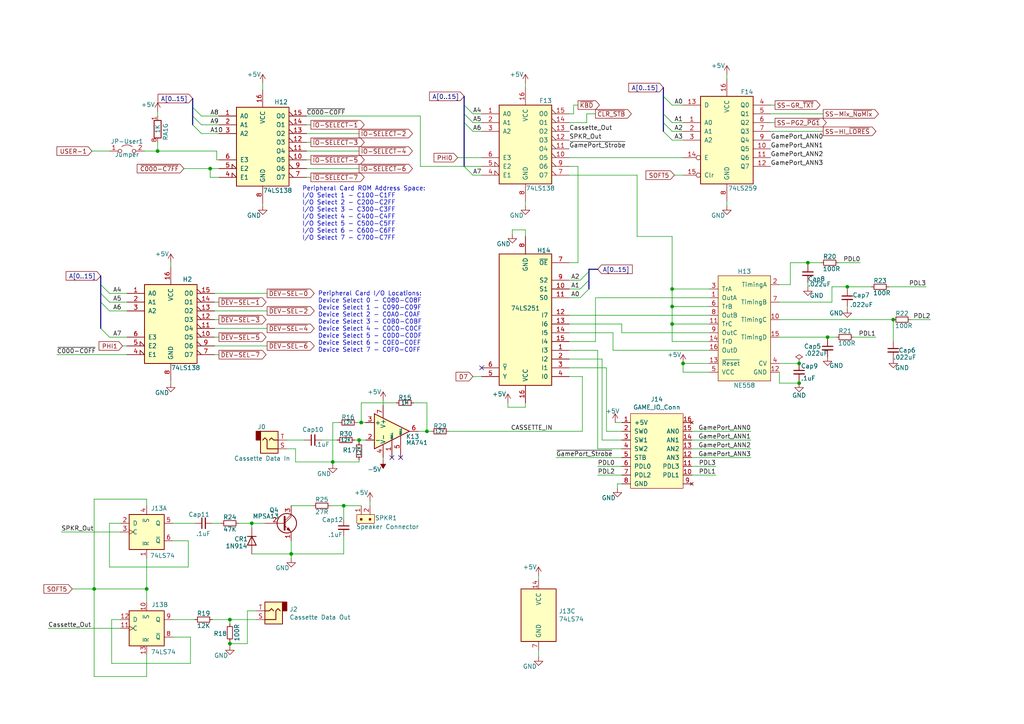
<source format=kicad_sch>
(kicad_sch (version 20230121) (generator eeschema)
  (paper "A4")
  (title_block (title "Apple II+ Schematic") (rev "0") (comment 1 "Captured from the Apple II Reference Manual (1979)"))
  (lib_symbols
    (symbol "74xx:74LS138" (pin_names (offset 1.016))
      (property "Reference" "U" (at -7.62 11.43 0))
      (property "Value" "74LS138" (at -7.62 -13.97 0))
      (symbol "74LS138_1_0"
        (pin input line (at -12.7 7.62 0) (length 5.08) (name "A0") (number "1"))
        (pin output output_low (at 12.7 -5.08 180) (length 5.08) (name "O5") (number "10"))
        (pin output output_low (at 12.7 -2.54 180) (length 5.08) (name "O4") (number "11"))
        (pin output output_low (at 12.7 0 180) (length 5.08) (name "O3") (number "12"))
        (pin output output_low (at 12.7 2.54 180) (length 5.08) (name "O2") (number "13"))
        (pin output output_low (at 12.7 5.08 180) (length 5.08) (name "O1") (number "14"))
        (pin output output_low (at 12.7 7.62 180) (length 5.08) (name "O0") (number "15"))
        (pin power_in line (at 0 15.24 270) (length 5.08) (name "VCC") (number "16"))
        (pin input line (at -12.7 5.08 0) (length 5.08) (name "A1") (number "2"))
        (pin input line (at -12.7 2.54 0) (length 5.08) (name "A2") (number "3"))
        (pin input input_low (at -12.7 -10.16 0) (length 5.08) (name "E1") (number "4"))
        (pin input input_low (at -12.7 -7.62 0) (length 5.08) (name "E2") (number "5"))
        (pin input line (at -12.7 -5.08 0) (length 5.08) (name "E3") (number "6"))
        (pin output output_low (at 12.7 -10.16 180) (length 5.08) (name "O7") (number "7"))
        (pin power_in line (at 0 -17.78 90) (length 5.08) (name "GND") (number "8"))
        (pin output output_low (at 12.7 -7.62 180) (length 5.08) (name "O6") (number "9"))
      )
      (symbol "74LS138_1_1"
        (rectangle (start -7.62 10.16) (end 7.62 -12.7) (stroke (width 0.254)) (fill (type background)))
      )
    )
    (symbol "74xx:74LS251" (pin_names (offset 1.016))
      (property "Reference" "U" (at -7.62 19.05 0))
      (property "Value" "74LS251" (at -7.62 -21.59 0))
      (symbol "74LS251_1_0"
        (pin input line (at -12.7 7.62 0) (length 5.08) (name "I3") (number "1"))
        (pin input line (at -12.7 -10.16 0) (length 5.08) (name "S1") (number "10"))
        (pin input line (at -12.7 -7.62 0) (length 5.08) (name "S0") (number "11"))
        (pin input line (at -12.7 -2.54 0) (length 5.08) (name "I7") (number "12"))
        (pin input line (at -12.7 0 0) (length 5.08) (name "I6") (number "13"))
        (pin input line (at -12.7 2.54 0) (length 5.08) (name "I5") (number "14"))
        (pin input line (at -12.7 5.08 0) (length 5.08) (name "I4") (number "15"))
        (pin power_in line (at 0 22.86 270) (length 5.08) (name "VCC") (number "16"))
        (pin input line (at -12.7 10.16 0) (length 5.08) (name "I2") (number "2"))
        (pin input line (at -12.7 12.7 0) (length 5.08) (name "I1") (number "3"))
        (pin input line (at -12.7 15.24 0) (length 5.08) (name "I0") (number "4"))
        (pin tri_state line (at 12.7 15.24 180) (length 5.08) (name "Y") (number "5"))
        (pin tri_state line (at 12.7 12.7 180) (length 5.08) (name "~{Y}") (number "6"))
        (pin input line (at -12.7 -17.78 0) (length 5.08) (name "~{OE}") (number "7"))
        (pin power_in line (at 0 -25.4 90) (length 5.08) (name "GND") (number "8"))
        (pin input line (at -12.7 -12.7 0) (length 5.08) (name "S2") (number "9"))
      )
      (symbol "74LS251_1_1"
        (rectangle (start -7.62 17.78) (end 7.62 -20.32) (stroke (width 0.254)) (fill (type background)))
      )
    )
    (symbol "74xx:74LS259" (pin_names (offset 1.016))
      (property "Reference" "U" (at -7.62 13.97 0))
      (property "Value" "74LS259" (at -7.62 -13.97 0))
      (symbol "74LS259_1_0"
        (pin input line (at -12.7 5.08 0) (length 5.08) (name "A0") (number "1"))
        (pin output line (at 12.7 -2.54 180) (length 5.08) (name "Q5") (number "10"))
        (pin output line (at 12.7 -5.08 180) (length 5.08) (name "Q6") (number "11"))
        (pin output line (at 12.7 -7.62 180) (length 5.08) (name "Q7") (number "12"))
        (pin input line (at -12.7 10.16 0) (length 5.08) (name "D") (number "13"))
        (pin input inverted (at -12.7 -5.08 0) (length 5.08) (name "E") (number "14"))
        (pin input inverted (at -12.7 -10.16 0) (length 5.08) (name "Clr") (number "15"))
        (pin power_in line (at 0 17.78 270) (length 5.08) (name "VCC") (number "16"))
        (pin input line (at -12.7 2.54 0) (length 5.08) (name "A1") (number "2"))
        (pin input line (at -12.7 0 0) (length 5.08) (name "A2") (number "3"))
        (pin output line (at 12.7 10.16 180) (length 5.08) (name "Q0") (number "4"))
        (pin output line (at 12.7 7.62 180) (length 5.08) (name "Q1") (number "5"))
        (pin output line (at 12.7 5.08 180) (length 5.08) (name "Q2") (number "6"))
        (pin output line (at 12.7 2.54 180) (length 5.08) (name "Q3") (number "7"))
        (pin power_in line (at 0 -17.78 90) (length 5.08) (name "GND") (number "8"))
        (pin output line (at 12.7 0 180) (length 5.08) (name "Q4") (number "9"))
      )
      (symbol "74LS259_1_1"
        (rectangle (start -7.62 12.7) (end 7.62 -12.7) (stroke (width 0.254)) (fill (type background)))
      )
    )
    (symbol "74xx:74LS74" (pin_names (offset 1.016))
      (property "Reference" "U" (at -7.62 8.89 0))
      (property "Value" "74LS74" (at -7.62 -8.89 0))
      (symbol "74LS74_1_0"
        (pin input line (at 0 -7.62 90) (length 2.54) (name "~{R}") (number "1"))
        (pin input line (at -7.62 2.54 0) (length 2.54) (name "D") (number "2"))
        (pin input clock (at -7.62 0 0) (length 2.54) (name "C") (number "3"))
        (pin input line (at 0 7.62 270) (length 2.54) (name "~{S}") (number "4"))
        (pin output line (at 7.62 2.54 180) (length 2.54) (name "Q") (number "5"))
        (pin output line (at 7.62 -2.54 180) (length 2.54) (name "~{Q}") (number "6"))
      )
      (symbol "74LS74_1_1"
        (rectangle (start -5.08 5.08) (end 5.08 -5.08) (stroke (width 0.254)) (fill (type background)))
      )
      (symbol "74LS74_2_0"
        (pin input line (at 0 7.62 270) (length 2.54) (name "~{S}") (number "10"))
        (pin input clock (at -7.62 0 0) (length 2.54) (name "C") (number "11"))
        (pin input line (at -7.62 2.54 0) (length 2.54) (name "D") (number "12"))
        (pin input line (at 0 -7.62 90) (length 2.54) (name "~{R}") (number "13"))
        (pin output line (at 7.62 -2.54 180) (length 2.54) (name "~{Q}") (number "8"))
        (pin output line (at 7.62 2.54 180) (length 2.54) (name "Q") (number "9"))
      )
      (symbol "74LS74_2_1"
        (rectangle (start -5.08 5.08) (end 5.08 -5.08) (stroke (width 0.254)) (fill (type background)))
      )
      (symbol "74LS74_3_0"
        (pin power_in line (at 0 10.16 270) (length 2.54) (name "VCC") (number "14"))
        (pin power_in line (at 0 -10.16 90) (length 2.54) (name "GND") (number "7"))
      )
      (symbol "74LS74_3_1"
        (rectangle (start -5.08 7.62) (end 5.08 -7.62) (stroke (width 0.254)) (fill (type background)))
      )
    )
    (symbol "Amplifier_Operational:LM741" (pin_names (offset 0.127))
      (property "Reference" "U" (at 0 6.35 0))
      (property "Value" "LM741" (at 0 3.81 0))
      (symbol "LM741_0_1"
        (polyline (pts (xy -5.08 5.08) (xy 5.08 0) (xy -5.08 -5.08) (xy -5.08 5.08)) (stroke (width 0.254)) (fill (type background)))
      )
      (symbol "LM741_1_1"
        (pin input line (at 0 -7.62 90) (length 5.08) (name "NULL") (number "1"))
        (pin input line (at -7.62 -2.54 0) (length 2.54) (name "-") (number "2"))
        (pin input line (at -7.62 2.54 0) (length 2.54) (name "+") (number "3"))
        (pin power_in line (at -2.54 -7.62 90) (length 3.81) (name "V-") (number "4"))
        (pin input line (at 2.54 -7.62 90) (length 6.35) (name "NULL") (number "5"))
        (pin output line (at 7.62 0 180) (length 2.54) (name "~") (number "6"))
        (pin power_in line (at -2.54 7.62 270) (length 3.81) (name "V+") (number "7"))
        (pin no_connect line (at 0 2.54 270) (length 2.54) hide (name "NC") (number "8"))
      )
    )
    (symbol "AppleII+:22-23-2021-dk_Rectangular-Connectors-Headers-Male-Pins" (pin_names (offset 1.016))
      (property "Reference" "J" (at -2.54 1.27 0))
      (property "Value" "dk_Rectangular-Connectors-Headers-Male-Pins_22-23-2021" (at 1.27 -3.81 0))
      (symbol "22-23-2021-dk_Rectangular-Connectors-Headers-Male-Pins_1_1"
        (rectangle (start -1.27 0) (end 3.81 -2.54) (fill (type background)))
        (rectangle (start -0.254 -1.143) (end 0.254 -1.651) (fill (type outline)))
        (rectangle (start 2.286 -1.143) (end 2.794 -1.651) (fill (type outline)))
        (pin passive line (at 0 2.54 270) (length 2.54) (name "~") (number "1"))
        (pin passive line (at 2.54 2.54 270) (length 2.54) (name "~") (number "2"))
      )
    )
    (symbol "AppleII+:GAME_IO_Conn" (pin_names (offset 1.016))
      (property "Reference" "J" (at 0 12.7 0))
      (property "Value" "GAME_IO_Conn" (at 0 -11.43 0))
      (symbol "GAME_IO_Conn_0_1"
        (rectangle (start -7.62 11.43) (end 7.62 -10.16) (fill (type background)))
      )
      (symbol "GAME_IO_Conn_1_1"
        (pin passive line (at -10.16 8.89 0) (length 2.54) (name "+5V") (number "1"))
        (pin passive line (at 10.16 -6.35 180) (length 2.54) (name "PDL1") (number "10"))
        (pin passive line (at 10.16 -3.81 180) (length 2.54) (name "PDL3") (number "11"))
        (pin passive line (at 10.16 -1.27 180) (length 2.54) (name "AN3") (number "12"))
        (pin passive line (at 10.16 1.27 180) (length 2.54) (name "AN2") (number "13"))
        (pin passive line (at 10.16 3.81 180) (length 2.54) (name "AN1") (number "14"))
        (pin passive line (at 10.16 6.35 180) (length 2.54) (name "AN0") (number "15"))
        (pin no_connect line (at 10.16 8.89 180) (length 2.54) (name "~") (number "16"))
        (pin passive line (at -10.16 6.35 0) (length 2.54) (name "SW0") (number "2"))
        (pin passive line (at -10.16 3.81 0) (length 2.54) (name "SW1") (number "3"))
        (pin passive line (at -10.16 1.27 0) (length 2.54) (name "SW2") (number "4"))
        (pin passive line (at -10.16 -1.27 0) (length 2.54) (name "STB") (number "5"))
        (pin passive line (at -10.16 -3.81 0) (length 2.54) (name "PDL0") (number "6"))
        (pin passive line (at -10.16 -6.35 0) (length 2.54) (name "PDL2") (number "7"))
        (pin passive line (at -10.16 -8.89 0) (length 2.54) (name "GND") (number "8"))
        (pin no_connect line (at 10.16 -8.89 180) (length 2.54) (name "~") (number "9"))
      )
    )
    (symbol "AppleII+:NE558" (pin_names (offset 1.016))
      (property "Reference" "U" (at -0.254 16.51 0))
      (property "Value" "NE558" (at 0 -16.51 0))
      (symbol "NE558_0_1"
        (rectangle (start -7.62 15.24) (end 7.62 -15.24) (fill (type background)))
      )
      (symbol "NE558_1_1"
        (pin output line (at -10.16 8.89 0) (length 2.54) (name "OutA") (number "1"))
        (pin input line (at 10.16 2.54 180) (length 2.54) (name "TimingC") (number "10"))
        (pin input line (at -10.16 1.27 0) (length 2.54) (name "TrC") (number "11"))
        (pin power_in line (at 10.16 -12.7 180) (length 2.54) (name "GND") (number "12"))
        (pin input line (at -10.16 -10.16 0) (length 2.54) (name "~{Reset}") (number "13"))
        (pin input line (at -10.16 -3.81 0) (length 2.54) (name "TrD") (number "14"))
        (pin input line (at 10.16 -2.54 180) (length 2.54) (name "TimingD") (number "15"))
        (pin output line (at -10.16 -6.35 0) (length 2.54) (name "OutD") (number "16"))
        (pin input line (at 10.16 12.7 180) (length 2.54) (name "TimingA") (number "2"))
        (pin input line (at -10.16 11.43 0) (length 2.54) (name "TrA") (number "3"))
        (pin power_in line (at 10.16 -10.16 180) (length 2.54) (name "CV") (number "4"))
        (pin power_in line (at -10.16 -12.7 0) (length 2.54) (name "VCC") (number "5"))
        (pin input line (at -10.16 6.35 0) (length 2.54) (name "TrB") (number "6"))
        (pin input line (at 10.16 7.62 180) (length 2.54) (name "TimingB") (number "7"))
        (pin output line (at -10.16 3.81 0) (length 2.54) (name "OutB") (number "8"))
        (pin output line (at -10.16 -1.27 0) (length 2.54) (name "OutC") (number "9"))
      )
    )
    (symbol "Connector_Audio:AudioJack2"
      (property "Reference" "J" (at 0 8.89 0))
      (property "Value" "AudioJack2" (at 0 6.35 0))
      (symbol "AudioJack2_0_1"
        (rectangle (start -3.81 0) (end -2.54 -2.54) (stroke (width 0.254)) (fill (type outline)))
        (rectangle (start -2.54 3.81) (end 2.54 -2.54) (stroke (width 0.254)) (fill (type background)))
        (polyline (pts (xy 0 0) (xy 0.635 -0.635) (xy 1.27 0) (xy 2.54 0)) (stroke (width 0.254)))
        (polyline (pts (xy 2.54 2.54) (xy -0.635 2.54) (xy -0.635 0) (xy -1.27 -0.635) (xy -1.905 0)) (stroke (width 0.254)))
      )
      (symbol "AudioJack2_1_1"
        (pin passive line (at 5.08 2.54 180) (length 2.54) (name "~") (number "S"))
        (pin passive line (at 5.08 0 180) (length 2.54) (name "~") (number "T"))
      )
    )
    (symbol "Device:C_Small" (pin_numbers hide) (pin_names (offset 0.254) hide)
      (property "Reference" "C" (at 0.254 1.778 0))
      (property "Value" "C_Small" (at 0.254 -2.032 0))
      (symbol "C_Small_0_1"
        (polyline (pts (xy -1.524 -0.508) (xy 1.524 -0.508)) (stroke (width 0.3302)))
        (polyline (pts (xy -1.524 0.508) (xy 1.524 0.508)) (stroke (width 0.3048)))
      )
      (symbol "C_Small_1_1"
        (pin passive line (at 0 2.54 270) (length 2.032) (name "~") (number "1"))
        (pin passive line (at 0 -2.54 90) (length 2.032) (name "~") (number "2"))
      )
    )
    (symbol "Device:D" (pin_numbers hide) (pin_names (offset 1.016) hide)
      (property "Reference" "D" (at 0 2.54 0))
      (property "Value" "D" (at 0 -2.54 0))
      (symbol "D_0_1"
        (polyline (pts (xy -1.27 1.27) (xy -1.27 -1.27)) (stroke (width 0.254)))
        (polyline (pts (xy 1.27 0) (xy -1.27 0)))
        (polyline (pts (xy 1.27 1.27) (xy 1.27 -1.27) (xy -1.27 0) (xy 1.27 1.27)) (stroke (width 0.254)))
      )
      (symbol "D_1_1"
        (pin passive line (at -3.81 0 0) (length 2.54) (name "K") (number "1"))
        (pin passive line (at 3.81 0 180) (length 2.54) (name "A") (number "2"))
      )
    )
    (symbol "Device:Q_NPN_Darlington_EBC" (pin_names (offset 0) hide)
      (property "Reference" "Q" (at 4.572 1.27 0))
      (property "Value" "Q_NPN_Darlington_EBC" (at 4.572 -1.27 0))
      (symbol "Q_NPN_Darlington_EBC_0_1"
        (polyline (pts (xy 0.635 0.635) (xy 2.54 2.54)))
        (polyline (pts (xy 0.635 -0.635) (xy 2.54 -2.54) (xy 2.54 -2.54)))
        (polyline (pts (xy 0.635 0) (xy 2.54 1.905) (xy 2.54 2.54)))
        (polyline (pts (xy 0.635 1.905) (xy 0.635 -1.905) (xy 0.635 -1.905)) (stroke (width 0.508)))
        (polyline (pts (xy 1.27 -1.778) (xy 1.778 -1.27) (xy 2.286 -2.286) (xy 1.27 -1.778) (xy 1.27 -1.778)) (fill (type outline)))
        (circle (center 1.27 0) (radius 2.8194) (stroke (width 0.254)))
      )
      (symbol "Q_NPN_Darlington_EBC_1_1"
        (pin passive line (at 2.54 -5.08 90) (length 2.54) (name "E") (number "1"))
        (pin passive line (at -5.08 0 0) (length 5.715) (name "B") (number "2"))
        (pin passive line (at 2.54 5.08 270) (length 2.54) (name "C") (number "3"))
      )
    )
    (symbol "Device:R_Network08_Split" (pin_names (offset 0) hide)
      (property "Reference" "RN" (at 2.032 0 90))
      (property "Value" "R_Network08_Split" (at 0 0 90))
      (symbol "R_Network08_Split_0_1"
        (rectangle (start 1.016 2.54) (end -1.016 -2.54) (stroke (width 0.254)))
        (pin passive line (at 0 3.81 270) (length 1.27) (name "R1") (number "1"))
      )
      (symbol "R_Network08_Split_1_1"
        (pin passive line (at 0 -3.81 90) (length 1.27) (name "R1.2") (number "2"))
      )
      (symbol "R_Network08_Split_2_1"
        (pin passive line (at 0 -3.81 90) (length 1.27) (name "R2.2") (number "3"))
      )
      (symbol "R_Network08_Split_3_1"
        (pin passive line (at 0 -3.81 90) (length 1.27) (name "R3.2") (number "4"))
      )
      (symbol "R_Network08_Split_4_1"
        (pin passive line (at 0 -3.81 90) (length 1.27) (name "R4.2") (number "5"))
      )
      (symbol "R_Network08_Split_5_1"
        (pin passive line (at 0 -3.81 90) (length 1.27) (name "R5.2") (number "6"))
      )
      (symbol "R_Network08_Split_6_1"
        (pin passive line (at 0 -3.81 90) (length 1.27) (name "R6.2") (number "7"))
      )
      (symbol "R_Network08_Split_7_1"
        (pin passive line (at 0 -3.81 90) (length 1.27) (name "R7.2") (number "8"))
      )
      (symbol "R_Network08_Split_8_1"
        (pin passive line (at 0 -3.81 90) (length 1.27) (name "R8.2") (number "9"))
      )
    )
    (symbol "Device:R_Small" (pin_numbers hide) (pin_names (offset 0.254) hide)
      (property "Reference" "R" (at 0.762 0.508 0))
      (property "Value" "R_Small" (at 0.762 -1.016 0))
      (symbol "R_Small_0_1"
        (rectangle (start -0.762 1.778) (end 0.762 -1.778) (stroke (width 0.2032)))
      )
      (symbol "R_Small_1_1"
        (pin passive line (at 0 2.54 270) (length 0.762) (name "~") (number "1"))
        (pin passive line (at 0 -2.54 90) (length 0.762) (name "~") (number "2"))
      )
    )
    (symbol "Jumper:Jumper_2_Open" (pin_names (offset 0) hide)
      (property "Reference" "JP" (at 0 2.794 0))
      (property "Value" "Jumper_2_Open" (at 0 -2.286 0))
      (symbol "Jumper_2_Open_0_0"
        (circle (center -2.032 0) (radius 0.508))
        (circle (center 2.032 0) (radius 0.508))
      )
      (symbol "Jumper_2_Open_0_1"
        (arc (start 1.524 1.27) (mid 0 1.778) (end -1.524 1.27))
      )
      (symbol "Jumper_2_Open_1_1"
        (pin passive line (at -5.08 0 0) (length 2.54) (name "A") (number "1"))
        (pin passive line (at 5.08 0 180) (length 2.54) (name "B") (number "2"))
      )
    )
    (symbol "power:+5V" (power) (pin_names (offset 0))
      (property "Value" "+5V" (at 0 3.556 0))
      (symbol "+5V_0_1"
        (polyline (pts (xy -0.762 1.27) (xy 0 2.54)))
        (polyline (pts (xy 0 0) (xy 0 2.54)))
        (polyline (pts (xy 0 2.54) (xy 0.762 1.27)))
      )
      (symbol "+5V_1_1"
        (pin power_in line (at 0 0 90) (length 0) hide (name "+5V") (number "1"))
      )
    )
    (symbol "power:-5V" (power) (pin_names (offset 0))
      (property "Value" "-5V" (at 0 3.81 0))
      (symbol "-5V_0_0"
        (pin power_in line (at 0 0 90) (length 0) hide (name "-5V") (number "1"))
      )
      (symbol "-5V_0_1"
        (polyline (pts (xy 0 0) (xy 0 1.27) (xy 0.762 1.27) (xy 0 2.54) (xy -0.762 1.27) (xy 0 1.27)) (fill (type outline)))
      )
    )
    (symbol "power:GND" (power) (pin_names (offset 0))
      (property "Value" "GND" (at 0 -3.81 0))
      (symbol "GND_0_1"
        (polyline (pts (xy 0 0) (xy 0 -1.27) (xy 1.27 -1.27) (xy 0 -2.54) (xy -1.27 -1.27) (xy 0 -1.27)))
      )
      (symbol "GND_1_1"
        (pin power_in line (at 0 0 270) (length 0) hide (name "GND") (number "1"))
      )
    )
    (symbol "power:PWR_FLAG" (power) (pin_numbers hide) (pin_names (offset 0) hide)
      (property "Value" "PWR_FLAG" (at 0 3.81 0))
      (symbol "PWR_FLAG_0_0"
        (pin power_out line (at 0 0 90) (length 0) (name "pwr") (number "1"))
      )
      (symbol "PWR_FLAG_0_1"
        (polyline (pts (xy 0 0) (xy 0 1.27) (xy -1.016 1.905) (xy 0 2.54) (xy 1.016 1.905) (xy 0 1.27)))
      )
    )
  )
  (junction (at 66.675 186.69))
  (junction (at 104.14 127.635))
  (junction (at 194.945 88.9))
  (junction (at 194.945 93.98))
  (junction (at 194.945 83.82))
  (junction (at 99.695 146.685))
  (junction (at 27.305 170.815))
  (junction (at 231.775 111.125))
  (junction (at 96.52 133.985))
  (junction (at 60.96 48.895))
  (junction (at 42.545 170.815))
  (junction (at 73.025 151.765))
  (junction (at 234.315 76.2))
  (junction (at 123.825 125.095))
  (junction (at 245.745 83.185))
  (junction (at 104.775 122.555))
  (junction (at 231.775 105.41))
  (junction (at 259.08 92.71))
  (junction (at 240.03 97.79))
  (junction (at 84.455 160.655))
  (junction (at 66.675 179.705))
  (junction (at 198.12 105.41))
  (junction (at 45.72 43.815))
  (no_connect (at 139.7 106.68))
  (no_connect (at 116.205 132.715))
  (no_connect (at 113.665 132.715))
  (bus_entry (at 192.405 33.02) (size 2.54 2.54))
  (bus_entry (at 134.62 30.48) (size 2.54 2.54))
  (bus_entry (at 134.62 48.26) (size 2.54 2.54))
  (bus_entry (at 192.405 35.56) (size 2.54 2.54))
  (bus_entry (at 29.21 85.09) (size 2.54 2.54))
  (bus_entry (at 168.275 81.28) (size 2.54 -2.54))
  (bus_entry (at 55.88 33.655) (size 2.54 2.54))
  (bus_entry (at 29.21 95.25) (size 2.54 2.54))
  (bus_entry (at 168.275 86.36) (size 2.54 -2.54))
  (bus_entry (at 29.21 82.55) (size 2.54 2.54))
  (bus_entry (at 192.405 38.1) (size 2.54 2.54))
  (bus_entry (at 134.62 35.56) (size 2.54 2.54))
  (bus_entry (at 55.88 31.115) (size 2.54 2.54))
  (bus_entry (at 192.405 27.94) (size 2.54 2.54))
  (bus_entry (at 55.88 36.195) (size 2.54 2.54))
  (bus_entry (at 29.21 87.63) (size 2.54 2.54))
  (bus_entry (at 168.275 83.82) (size 2.54 -2.54))
  (bus_entry (at 134.62 33.02) (size 2.54 2.54))
  (wire (pts (xy 200.66 132.715) (xy 217.805 132.715)))
  (bus (pts (xy 29.21 87.63) (xy 29.21 95.25)))
  (wire (pts (xy 147.32 118.11) (xy 152.4 118.11)))
  (wire (pts (xy 42.545 196.215) (xy 42.545 189.865)))
  (wire (pts (xy 60.96 51.435) (xy 60.96 48.895)))
  (wire (pts (xy 66.675 186.055) (xy 66.675 186.69)))
  (wire (pts (xy 156.21 167.005) (xy 156.21 168.275)))
  (wire (pts (xy 60.96 48.895) (xy 63.5 48.895)))
  (wire (pts (xy 88.9 46.355) (xy 90.17 46.355)))
  (wire (pts (xy 168.275 81.28) (xy 165.1 81.28)))
  (wire (pts (xy 168.275 86.36) (xy 165.1 86.36)))
  (wire (pts (xy 84.455 146.685) (xy 90.805 146.685)))
  (wire (pts (xy 172.72 99.06) (xy 165.1 99.06)))
  (bus (pts (xy 134.62 35.56) (xy 134.62 48.26)))
  (wire (pts (xy 99.695 150.495) (xy 99.695 146.685)))
  (wire (pts (xy 241.3 83.185) (xy 245.745 83.185)))
  (wire (pts (xy 36.83 85.09) (xy 31.75 85.09)))
  (wire (pts (xy 165.1 91.44) (xy 205.74 91.44)))
  (wire (pts (xy 62.865 43.815) (xy 62.865 46.355)))
  (wire (pts (xy 173.355 137.795) (xy 180.34 137.795)))
  (bus (pts (xy 192.405 33.02) (xy 192.405 35.56)))
  (wire (pts (xy 226.06 107.95) (xy 226.06 111.125)))
  (wire (pts (xy 106.045 127.635) (xy 104.14 127.635)))
  (wire (pts (xy 88.9 51.435) (xy 90.17 51.435)))
  (wire (pts (xy 42.545 144.78) (xy 27.305 144.78)))
  (wire (pts (xy 103.505 122.555) (xy 104.775 122.555)))
  (wire (pts (xy 32.385 179.705) (xy 32.385 192.405)))
  (wire (pts (xy 147.32 116.84) (xy 147.32 118.11)))
  (wire (pts (xy 121.92 48.26) (xy 134.62 48.26)))
  (wire (pts (xy 184.785 68.58) (xy 194.945 68.58)))
  (wire (pts (xy 99.695 155.575) (xy 99.695 160.655)))
  (wire (pts (xy 73.025 151.765) (xy 73.025 153.035)))
  (wire (pts (xy 99.695 160.655) (xy 84.455 160.655)))
  (wire (pts (xy 148.59 66.675) (xy 152.4 66.675)))
  (wire (pts (xy 170.18 35.56) (xy 170.18 33.02)))
  (wire (pts (xy 167.64 48.26) (xy 167.64 76.2)))
  (wire (pts (xy 96.52 122.555) (xy 96.52 133.985)))
  (wire (pts (xy 167.64 76.2) (xy 165.1 76.2)))
  (bus (pts (xy 192.405 35.56) (xy 192.405 38.1)))
  (bus (pts (xy 170.815 78.105) (xy 170.815 78.74)))
  (wire (pts (xy 58.42 33.655) (xy 63.5 33.655)))
  (wire (pts (xy 234.315 76.2) (xy 234.315 76.835)))
  (bus (pts (xy 29.21 82.55) (xy 29.21 85.09)))
  (wire (pts (xy 234.315 76.2) (xy 238.125 76.2)))
  (wire (pts (xy 177.8 96.52) (xy 165.1 96.52)))
  (wire (pts (xy 42.545 170.815) (xy 42.545 174.625)))
  (wire (pts (xy 198.12 105.41) (xy 205.74 105.41)))
  (wire (pts (xy 84.455 160.655) (xy 84.455 161.925)))
  (wire (pts (xy 17.78 154.305) (xy 34.925 154.305)))
  (wire (pts (xy 102.87 127.635) (xy 104.14 127.635)))
  (wire (pts (xy 27.305 144.78) (xy 27.305 170.815)))
  (wire (pts (xy 168.275 83.82) (xy 165.1 83.82)))
  (wire (pts (xy 84.455 156.845) (xy 84.455 160.655)))
  (wire (pts (xy 152.4 118.11) (xy 152.4 116.84)))
  (wire (pts (xy 175.895 106.68) (xy 175.895 125.095)))
  (wire (pts (xy 165.1 45.72) (xy 198.12 45.72)))
  (wire (pts (xy 240.03 97.79) (xy 240.03 98.425)))
  (wire (pts (xy 36.83 97.79) (xy 31.75 97.79)))
  (wire (pts (xy 54.61 164.465) (xy 54.61 156.845)))
  (wire (pts (xy 165.1 101.6) (xy 173.355 101.6)))
  (wire (pts (xy 27.305 196.215) (xy 42.545 196.215)))
  (wire (pts (xy 71.755 186.69) (xy 66.675 186.69)))
  (wire (pts (xy 210.82 59.69) (xy 210.82 58.42)))
  (wire (pts (xy 93.345 127.635) (xy 97.79 127.635)))
  (wire (pts (xy 13.97 182.245) (xy 34.925 182.245)))
  (bus (pts (xy 170.815 78.74) (xy 170.815 81.28)))
  (wire (pts (xy 62.865 46.355) (xy 63.5 46.355)))
  (wire (pts (xy 62.865 43.815) (xy 45.72 43.815)))
  (wire (pts (xy 174.625 104.14) (xy 174.625 127.635)))
  (bus (pts (xy 55.88 28.575) (xy 55.88 31.115)))
  (wire (pts (xy 229.235 82.55) (xy 229.235 76.2)))
  (wire (pts (xy 88.9 38.735) (xy 104.14 38.735)))
  (wire (pts (xy 224.79 30.48) (xy 223.52 30.48)))
  (wire (pts (xy 63.5 51.435) (xy 60.96 51.435)))
  (wire (pts (xy 231.775 110.49) (xy 231.775 111.125)))
  (wire (pts (xy 104.14 133.35) (xy 104.14 133.985)))
  (wire (pts (xy 36.83 90.17) (xy 31.75 90.17)))
  (wire (pts (xy 175.895 125.095) (xy 180.34 125.095)))
  (wire (pts (xy 55.245 184.785) (xy 50.165 184.785)))
  (wire (pts (xy 180.34 93.98) (xy 165.1 93.98)))
  (bus (pts (xy 170.815 81.28) (xy 170.815 83.82)))
  (wire (pts (xy 85.725 130.175) (xy 83.185 130.175)))
  (wire (pts (xy 245.745 83.185) (xy 245.745 83.82)))
  (wire (pts (xy 257.81 83.185) (xy 268.605 83.185)))
  (wire (pts (xy 245.745 88.9) (xy 245.745 89.535)))
  (wire (pts (xy 26.67 43.815) (xy 31.75 43.815)))
  (wire (pts (xy 58.42 38.735) (xy 63.5 38.735)))
  (wire (pts (xy 223.52 35.56) (xy 224.79 35.56)))
  (wire (pts (xy 165.1 48.26) (xy 167.64 48.26)))
  (wire (pts (xy 198.12 107.95) (xy 205.74 107.95)))
  (wire (pts (xy 165.1 35.56) (xy 170.18 35.56)))
  (wire (pts (xy 104.775 122.555) (xy 104.775 116.84)))
  (wire (pts (xy 198.12 35.56) (xy 194.945 35.56)))
  (wire (pts (xy 111.125 116.205) (xy 111.125 117.475)))
  (wire (pts (xy 156.21 188.595) (xy 156.21 190.5)))
  (wire (pts (xy 234.315 81.915) (xy 234.315 83.185)))
  (wire (pts (xy 53.34 48.895) (xy 60.96 48.895)))
  (wire (pts (xy 62.23 87.63) (xy 63.5 87.63)))
  (wire (pts (xy 205.74 96.52) (xy 180.34 96.52)))
  (wire (pts (xy 45.72 32.385) (xy 45.72 33.655)))
  (wire (pts (xy 76.2 24.13) (xy 76.2 26.035)))
  (bus (pts (xy 29.21 85.09) (xy 29.21 87.63)))
  (wire (pts (xy 35.56 100.33) (xy 36.83 100.33)))
  (wire (pts (xy 205.74 86.36) (xy 172.72 86.36)))
  (wire (pts (xy 148.59 67.945) (xy 148.59 66.675)))
  (bus (pts (xy 134.62 30.48) (xy 134.62 33.02)))
  (wire (pts (xy 123.825 125.095) (xy 125.095 125.095)))
  (wire (pts (xy 198.12 30.48) (xy 194.945 30.48)))
  (wire (pts (xy 238.76 38.1) (xy 223.52 38.1)))
  (wire (pts (xy 62.23 85.09) (xy 77.47 85.09)))
  (wire (pts (xy 50.165 151.765) (xy 56.515 151.765)))
  (wire (pts (xy 27.305 170.815) (xy 27.305 196.215)))
  (wire (pts (xy 161.29 132.715) (xy 180.34 132.715)))
  (wire (pts (xy 34.925 179.705) (xy 32.385 179.705)))
  (wire (pts (xy 50.165 179.705) (xy 56.515 179.705)))
  (wire (pts (xy 95.885 146.685) (xy 99.695 146.685)))
  (wire (pts (xy 173.355 101.6) (xy 173.355 130.175)))
  (bus (pts (xy 134.62 33.02) (xy 134.62 35.56)))
  (wire (pts (xy 83.185 127.635) (xy 88.265 127.635)))
  (wire (pts (xy 106.045 122.555) (xy 104.775 122.555)))
  (wire (pts (xy 49.53 76.2) (xy 49.53 77.47)))
  (wire (pts (xy 62.23 90.17) (xy 77.47 90.17)))
  (wire (pts (xy 132.715 45.72) (xy 139.7 45.72)))
  (wire (pts (xy 210.82 21.59) (xy 210.82 22.86)))
  (wire (pts (xy 49.53 110.49) (xy 49.53 111.125)))
  (wire (pts (xy 31.75 164.465) (xy 54.61 164.465)))
  (wire (pts (xy 152.4 24.13) (xy 152.4 25.4)))
  (wire (pts (xy 195.58 50.8) (xy 198.12 50.8)))
  (wire (pts (xy 178.435 122.555) (xy 180.34 122.555)))
  (wire (pts (xy 243.205 76.2) (xy 249.555 76.2)))
  (wire (pts (xy 85.725 130.175) (xy 85.725 133.985)))
  (wire (pts (xy 173.355 130.175) (xy 180.34 130.175)))
  (wire (pts (xy 200.66 130.175) (xy 217.805 130.175)))
  (wire (pts (xy 174.625 127.635) (xy 180.34 127.635)))
  (wire (pts (xy 62.23 95.25) (xy 77.47 95.25)))
  (wire (pts (xy 71.755 177.165) (xy 74.295 177.165)))
  (wire (pts (xy 238.76 33.02) (xy 223.52 33.02)))
  (wire (pts (xy 62.23 100.33) (xy 77.47 100.33)))
  (wire (pts (xy 226.06 82.55) (xy 229.235 82.55)))
  (wire (pts (xy 34.925 151.765) (xy 31.75 151.765)))
  (wire (pts (xy 205.74 101.6) (xy 177.8 101.6)))
  (wire (pts (xy 179.07 141.605) (xy 179.07 140.335)))
  (wire (pts (xy 88.9 36.195) (xy 90.17 36.195)))
  (wire (pts (xy 152.4 59.69) (xy 152.4 58.42)))
  (wire (pts (xy 198.12 38.1) (xy 194.945 38.1)))
  (wire (pts (xy 31.75 151.765) (xy 31.75 164.465)))
  (wire (pts (xy 152.4 66.675) (xy 152.4 68.58)))
  (wire (pts (xy 96.52 134.62) (xy 96.52 133.985)))
  (wire (pts (xy 16.51 102.87) (xy 36.83 102.87)))
  (bus (pts (xy 134.62 27.94) (xy 134.62 30.48)))
  (wire (pts (xy 42.545 161.925) (xy 42.545 170.815)))
  (wire (pts (xy 200.66 137.795) (xy 207.645 137.795)))
  (wire (pts (xy 245.745 83.185) (xy 252.73 83.185)))
  (wire (pts (xy 184.785 50.8) (xy 184.785 68.58)))
  (wire (pts (xy 137.16 50.8) (xy 139.7 50.8)))
  (wire (pts (xy 194.945 93.98) (xy 194.945 99.06)))
  (wire (pts (xy 98.425 122.555) (xy 96.52 122.555)))
  (wire (pts (xy 180.34 93.98) (xy 180.34 96.52)))
  (wire (pts (xy 42.545 146.685) (xy 42.545 144.78)))
  (wire (pts (xy 226.06 87.63) (xy 241.3 87.63)))
  (wire (pts (xy 55.245 192.405) (xy 55.245 184.785)))
  (wire (pts (xy 58.42 36.195) (xy 63.5 36.195)))
  (wire (pts (xy 165.1 106.68) (xy 175.895 106.68)))
  (wire (pts (xy 259.08 92.71) (xy 259.08 99.06)))
  (wire (pts (xy 200.66 125.095) (xy 217.805 125.095)))
  (wire (pts (xy 226.06 97.79) (xy 240.03 97.79)))
  (wire (pts (xy 170.18 33.02) (xy 172.72 33.02)))
  (bus (pts (xy 55.88 33.655) (xy 55.88 36.195)))
  (wire (pts (xy 36.83 87.63) (xy 31.75 87.63)))
  (wire (pts (xy 177.8 101.6) (xy 177.8 96.52)))
  (wire (pts (xy 62.23 92.71) (xy 63.5 92.71)))
  (wire (pts (xy 66.675 186.69) (xy 66.675 187.325)))
  (wire (pts (xy 194.945 83.82) (xy 194.945 88.9)))
  (wire (pts (xy 84.455 160.655) (xy 73.025 160.655)))
  (wire (pts (xy 226.06 92.71) (xy 259.08 92.71)))
  (wire (pts (xy 137.16 109.22) (xy 139.7 109.22)))
  (wire (pts (xy 45.72 41.275) (xy 45.72 43.815)))
  (bus (pts (xy 192.405 25.4) (xy 192.405 27.94)))
  (wire (pts (xy 88.9 41.275) (xy 90.17 41.275)))
  (wire (pts (xy 76.2 59.055) (xy 76.2 59.69)))
  (wire (pts (xy 194.945 88.9) (xy 205.74 88.9)))
  (wire (pts (xy 73.025 151.765) (xy 76.835 151.765)))
  (wire (pts (xy 139.7 33.02) (xy 137.16 33.02)))
  (wire (pts (xy 41.91 43.815) (xy 45.72 43.815)))
  (wire (pts (xy 166.37 30.48) (xy 167.64 30.48)))
  (wire (pts (xy 66.675 179.705) (xy 74.295 179.705)))
  (wire (pts (xy 173.355 135.255) (xy 180.34 135.255)))
  (wire (pts (xy 88.9 48.895) (xy 104.14 48.895)))
  (wire (pts (xy 104.14 128.27) (xy 104.14 127.635)))
  (wire (pts (xy 194.945 88.9) (xy 194.945 93.98)))
  (wire (pts (xy 66.675 180.975) (xy 66.675 179.705)))
  (wire (pts (xy 121.92 33.655) (xy 121.92 48.26)))
  (wire (pts (xy 139.7 38.1) (xy 137.16 38.1)))
  (wire (pts (xy 104.775 116.84) (xy 114.935 116.84)))
  (wire (pts (xy 241.3 87.63) (xy 241.3 83.185)))
  (bus (pts (xy 170.815 78.105) (xy 173.355 78.105)))
  (wire (pts (xy 172.72 86.36) (xy 172.72 99.06)))
  (wire (pts (xy 123.825 125.095) (xy 121.285 125.095)))
  (wire (pts (xy 168.91 109.22) (xy 168.91 125.095)))
  (wire (pts (xy 96.52 133.985) (xy 104.14 133.985)))
  (wire (pts (xy 226.06 111.125) (xy 231.775 111.125)))
  (wire (pts (xy 61.595 179.705) (xy 66.675 179.705)))
  (wire (pts (xy 166.37 33.02) (xy 166.37 30.48)))
  (wire (pts (xy 229.235 76.2) (xy 234.315 76.2)))
  (wire (pts (xy 194.945 68.58) (xy 194.945 83.82)))
  (wire (pts (xy 134.62 48.26) (xy 139.7 48.26)))
  (wire (pts (xy 139.7 35.56) (xy 137.16 35.56)))
  (wire (pts (xy 240.03 97.79) (xy 242.57 97.79)))
  (bus (pts (xy 192.405 27.94) (xy 192.405 33.02)))
  (bus (pts (xy 55.88 31.115) (xy 55.88 33.655)))
  (wire (pts (xy 194.945 99.06) (xy 205.74 99.06)))
  (wire (pts (xy 194.945 83.82) (xy 205.74 83.82)))
  (wire (pts (xy 20.955 170.815) (xy 27.305 170.815)))
  (wire (pts (xy 165.1 50.8) (xy 184.785 50.8)))
  (wire (pts (xy 194.945 93.98) (xy 205.74 93.98)))
  (wire (pts (xy 62.23 102.87) (xy 63.5 102.87)))
  (wire (pts (xy 165.1 109.22) (xy 168.91 109.22)))
  (wire (pts (xy 200.66 135.255) (xy 207.645 135.255)))
  (wire (pts (xy 179.07 140.335) (xy 180.34 140.335)))
  (wire (pts (xy 198.12 105.41) (xy 198.12 107.95)))
  (wire (pts (xy 62.23 97.79) (xy 63.5 97.79)))
  (wire (pts (xy 69.215 151.765) (xy 73.025 151.765)))
  (wire (pts (xy 32.385 192.405) (xy 55.245 192.405)))
  (wire (pts (xy 165.1 33.02) (xy 166.37 33.02)))
  (wire (pts (xy 88.9 33.655) (xy 121.92 33.655)))
  (wire (pts (xy 247.65 97.79) (xy 254 97.79)))
  (wire (pts (xy 226.06 105.41) (xy 231.775 105.41)))
  (wire (pts (xy 96.52 133.985) (xy 85.725 133.985)))
  (wire (pts (xy 264.16 92.71) (xy 269.875 92.71)))
  (wire (pts (xy 61.595 151.765) (xy 64.135 151.765)))
  (wire (pts (xy 200.66 127.635) (xy 217.805 127.635)))
  (wire (pts (xy 111.125 132.715) (xy 111.125 133.35)))
  (wire (pts (xy 198.12 40.64) (xy 194.945 40.64)))
  (wire (pts (xy 123.825 116.84) (xy 123.825 125.095)))
  (wire (pts (xy 54.61 156.845) (xy 50.165 156.845)))
  (wire (pts (xy 120.015 116.84) (xy 123.825 116.84)))
  (wire (pts (xy 130.175 125.095) (xy 168.91 125.095)))
  (wire (pts (xy 165.1 104.14) (xy 174.625 104.14)))
  (wire (pts (xy 27.305 170.815) (xy 42.545 170.815)))
  (bus (pts (xy 29.21 80.01) (xy 29.21 82.55)))
  (wire (pts (xy 71.755 177.165) (xy 71.755 186.69)))
  (wire (pts (xy 107.315 145.415) (xy 107.315 146.685)))
  (wire (pts (xy 88.9 43.815) (xy 104.14 43.815)))
  (wire (pts (xy 99.695 146.685) (xy 104.775 146.685)))
  (text "Peripheral Card ROM Address Space:\nI/O Select 1 - C100-C1FF\nI/O Select 2 - C200-C2FF\nI/O Select 3 - C300-C3FF\nI/O Select 4 - C400-C4FF\nI/O Select 5 - C500-C5FF\nI/O Select 6 - C600-C6FF\nI/O Select 7 - C700-C7FF" (at 87.63 69.85 0) (effects (font (size 1.27 1.27)) (justify left bottom)))
  (text "Peripheral Card I/O Locations:\nDevice Select 0 - C080-C08F\nDevice Select 1 - C090-C09F\nDevice Select 2 - C0A0-C0AF\nDevice Select 3 - C0B0-C0BF\nDevice Select 4 - C0C0-C0CF\nDevice Select 5 - C0D0-C0DF\nDevice Select 6 - C0E0-C0EF\nDevice Select 7 - C0F0-C0FF" (at 92.202 102.362 0) (effects (font (size 1.27 1.27)) (justify left bottom)))
  (label "GamePort_ANN3" (at 217.805 132.715 180))
  (label "GamePort_ANN1" (at 223.52 43.18 0))
  (label "GamePort_ANN0" (at 223.52 40.64 0))
  (label "A5" (at 32.766 87.63 0))
  (label "GamePort_ANN2" (at 223.52 45.72 0))
  (label "A1" (at 195.58 35.56 0))
  (label "SPKR_Out" (at 17.78 154.305 0))
  (label "A8" (at 60.96 33.655 0))
  (label "Cassette_Out" (at 165.1 38.1 0))
  (label "PDL0" (at 249.555 76.2 180))
  (label "A2" (at 195.58 38.1 0))
  (label "Cassette_Out" (at 13.97 182.245 0))
  (label "A7" (at 137.16 50.8 0))
  (label "A7" (at 32.766 97.79 0))
  (label "A9" (at 60.96 36.195 0))
  (label "A5" (at 137.16 35.56 0))
  (label "PDL3" (at 207.645 135.255 180))
  (label "GamePort_ANN2" (at 217.805 130.175 180))
  (label "PDL0" (at 173.355 135.255 0))
  (label "A0" (at 165.608 86.36 0))
  (label "A4" (at 137.16 33.02 0))
  (label "GamePort_ANN0" (at 217.805 125.095 180))
  (label "~{GamePort_Strobe}" (at 161.29 132.715 0))
  (label "A0" (at 195.58 30.48 0))
  (label "~{C000-C0FF}" (at 16.51 102.87 0))
  (label "CASSETTE_IN" (at 160.274 125.095 180))
  (label "GamePort_ANN3" (at 223.52 48.26 0))
  (label "A10" (at 60.96 38.735 0))
  (label "A3" (at 195.58 40.64 0))
  (label "PDL1" (at 254 97.79 180))
  (label "PDL2" (at 173.355 137.795 0))
  (label "A6" (at 32.766 90.17 0))
  (label "~{GamePort_Strobe}" (at 165.1 43.18 0))
  (label "PDL3" (at 268.605 83.185 180))
  (label "A4" (at 32.766 85.09 0))
  (label "PDL2" (at 269.875 92.71 180))
  (label "GamePort_ANN1" (at 217.805 127.635 180))
  (label "~{C000-C0FF}" (at 88.9 33.655 0))
  (label "A2" (at 165.608 81.28 0))
  (label "A1" (at 165.608 83.82 0))
  (label "A6" (at 137.16 38.1 0))
  (label "SPKR_Out" (at 165.1 40.64 0))
  (label "PDL1" (at 207.645 137.795 180))
  (global_label "~{IO-SELECT-7}" (shape output) (at 90.17 51.435 0) (property "Intersheetrefs" "${INTERSHEET_REFS}" (effects hide)))
  (global_label "PHI0" (shape input) (at 132.715 45.72 180) (property "Intersheetrefs" "${INTERSHEET_REFS}" (effects hide)))
  (global_label "A[0..15]" (shape input) (at 134.62 27.94 180) (property "Intersheetrefs" "${INTERSHEET_REFS}" (effects hide)))
  (global_label "SS-PG2_~{PG1}" (shape output) (at 224.79 35.56 0) (property "Intersheetrefs" "${INTERSHEET_REFS}" (effects hide)))
  (global_label "A[0..15]" (shape input) (at 55.88 28.575 180) (property "Intersheetrefs" "${INTERSHEET_REFS}" (effects hide)))
  (global_label "A[0..15]" (shape input) (at 173.355 78.105 0) (property "Intersheetrefs" "${INTERSHEET_REFS}" (effects hide)))
  (global_label "SS-HI_~{LORES}" (shape output) (at 238.76 38.1 0) (property "Intersheetrefs" "${INTERSHEET_REFS}" (effects hide)))
  (global_label "~{IO-SELECT-6}" (shape output) (at 104.14 48.895 0) (property "Intersheetrefs" "${INTERSHEET_REFS}" (effects hide)))
  (global_label "~{DEV-SEL-4}" (shape output) (at 77.47 95.25 0) (property "Intersheetrefs" "${INTERSHEET_REFS}" (effects hide)))
  (global_label "D7" (shape input) (at 137.16 109.22 180) (property "Intersheetrefs" "${INTERSHEET_REFS}" (effects hide)))
  (global_label "~{IO-SELECT-4}" (shape output) (at 104.14 43.815 0) (property "Intersheetrefs" "${INTERSHEET_REFS}" (effects hide)))
  (global_label "~{IO-SELECT-5}" (shape output) (at 90.17 46.355 0) (property "Intersheetrefs" "${INTERSHEET_REFS}" (effects hide)))
  (global_label "~{DEV-SEL-5}" (shape output) (at 63.5 97.79 0) (property "Intersheetrefs" "${INTERSHEET_REFS}" (effects hide)))
  (global_label "~{CLR_STB}" (shape output) (at 172.72 33.02 0) (property "Intersheetrefs" "${INTERSHEET_REFS}" (effects hide)))
  (global_label "~{DEV-SEL-7}" (shape output) (at 63.5 102.87 0) (property "Intersheetrefs" "${INTERSHEET_REFS}" (effects hide)))
  (global_label "PHI1" (shape input) (at 35.56 100.33 180) (property "Intersheetrefs" "${INTERSHEET_REFS}" (effects hide)))
  (global_label "~{C000-C7FF}" (shape input) (at 53.34 48.895 180) (property "Intersheetrefs" "${INTERSHEET_REFS}" (effects hide)))
  (global_label "~{KBD}" (shape output) (at 167.64 30.48 0) (property "Intersheetrefs" "${INTERSHEET_REFS}" (effects hide)))
  (global_label "SS-GR_~{TXT}" (shape output) (at 224.79 30.48 0) (property "Intersheetrefs" "${INTERSHEET_REFS}" (effects hide)))
  (global_label "SS-Mix_~{NoMix}" (shape output) (at 238.76 33.02 0) (property "Intersheetrefs" "${INTERSHEET_REFS}" (effects hide)))
  (global_label "A[0..15]" (shape input) (at 29.21 80.01 180) (property "Intersheetrefs" "${INTERSHEET_REFS}" (effects hide)))
  (global_label "~{IO-SELECT-1}" (shape output) (at 90.17 36.195 0) (property "Intersheetrefs" "${INTERSHEET_REFS}" (effects hide)))
  (global_label "~{DEV-SEL-2}" (shape output) (at 77.47 90.17 0) (property "Intersheetrefs" "${INTERSHEET_REFS}" (effects hide)))
  (global_label "~{DEV-SEL-6}" (shape output) (at 77.47 100.33 0) (property "Intersheetrefs" "${INTERSHEET_REFS}" (effects hide)))
  (global_label "SOFT5" (shape input) (at 20.955 170.815 180) (property "Intersheetrefs" "${INTERSHEET_REFS}" (effects hide)))
  (global_label "A[0..15]" (shape input) (at 192.405 25.4 180) (property "Intersheetrefs" "${INTERSHEET_REFS}" (effects hide)))
  (global_label "~{DEV-SEL-1}" (shape output) (at 63.5 87.63 0) (property "Intersheetrefs" "${INTERSHEET_REFS}" (effects hide)))
  (global_label "~{IO-SELECT-2}" (shape output) (at 104.14 38.735 0) (property "Intersheetrefs" "${INTERSHEET_REFS}" (effects hide)))
  (global_label "~{DEV-SEL-3}" (shape output) (at 63.5 92.71 0) (property "Intersheetrefs" "${INTERSHEET_REFS}" (effects hide)))
  (global_label "~{IO-SELECT-3}" (shape output) (at 90.17 41.275 0) (property "Intersheetrefs" "${INTERSHEET_REFS}" (effects hide)))
  (global_label "USER-1" (shape input) (at 26.67 43.815 180) (property "Intersheetrefs" "${INTERSHEET_REFS}" (effects hide)))
  (global_label "~{DEV-SEL-0}" (shape output) (at 77.47 85.09 0) (property "Intersheetrefs" "${INTERSHEET_REFS}" (effects hide)))
  (global_label "SOFT5" (shape input) (at 195.58 50.8 180) (property "Intersheetrefs" "${INTERSHEET_REFS}" (effects hide)))
  (symbol (lib_id "AppleII+:NE558") (at 215.9 95.25 0) (unit 1)
    (property "Reference" "H13" (at 215.9 78.74 0))
    (property "Value" "NE558" (at 215.9 111.76 0))
  )
  (symbol (lib_id "power:GND") (at 210.82 59.69 0) (unit 1)
    (property "Reference" "#PWR0141" (effects hide))
    (property "Value" "GND" (at 208.28 62.484 0))
  )
  (symbol (lib_id "power:+5V") (at 210.82 21.59 0) (unit 1)
    (property "Reference" "#PWR0142" (effects hide))
    (property "Value" "+5V" (at 208.28 19.05 0))
  )
  (symbol (lib_id "Device:C_Small") (at 59.055 151.765 90) (unit 1)
    (property "Reference" "Cap11" (at 60.833 149.225 90) (effects (justify left)))
    (property "Value" ".1uF" (at 61.087 154.813 90) (effects (justify left)))
  )
  (symbol (lib_id "Device:R_Small") (at 245.11 97.79 270) (unit 1)
    (property "Reference" "R21" (at 245.11 96.012 90))
    (property "Value" "100R" (at 245.618 99.568 90))
  )
  (symbol (lib_id "Device:R_Small") (at 261.62 92.71 270) (unit 1)
    (property "Reference" "R22" (at 261.62 90.932 90))
    (property "Value" "100R" (at 262.128 94.488 90))
  )
  (symbol (lib_id "Device:R_Small") (at 255.27 83.185 270) (unit 1)
    (property "Reference" "R23" (at 255.27 81.407 90))
    (property "Value" "100R" (at 255.778 84.963 90))
  )
  (symbol (lib_id "Device:R_Small") (at 240.665 76.2 270) (unit 1)
    (property "Reference" "R20" (at 240.665 74.422 90))
    (property "Value" "100R" (at 241.173 77.978 90))
  )
  (symbol (lib_id "Device:R_Small") (at 66.675 151.765 270) (unit 1)
    (property "Reference" "R24" (at 66.675 149.987 90))
    (property "Value" "47K" (at 66.675 153.543 90))
  )
  (symbol (lib_id "Device:D") (at 73.025 156.845 270) (unit 1)
    (property "Reference" "CR1" (at 67.945 156.337 90) (effects (justify left)))
    (property "Value" "1N914" (at 65.405 158.369 90) (effects (justify left)))
  )
  (symbol (lib_id "Device:Q_NPN_Darlington_EBC") (at 81.915 151.765 0) (unit 1)
    (property "Reference" "Q4" (at 78.105 147.955 0) (effects (justify left)))
    (property "Value" "MPSA13" (at 73.279 149.733 0) (effects (justify left)))
  )
  (symbol (lib_id "power:+5V") (at 198.12 105.41 0) (unit 1)
    (property "Reference" "#PWR0144" (effects hide))
    (property "Value" "+5V" (at 195.58 102.87 0))
  )
  (symbol (lib_id "74xx:74LS138") (at 76.2 41.275 0) (unit 1)
    (property "Reference" "H12" (at 81.534 29.591 0))
    (property "Value" "74LS138" (at 80.518 55.245 0))
    (property "Datasheet" "http://www.ti.com/lit/gpn/sn74LS138" (effects hide))
  )
  (symbol (lib_id "power:GND") (at 84.455 161.925 0) (unit 1)
    (property "Reference" "#PWR0152" (effects hide))
    (property "Value" "GND" (at 81.915 164.719 0))
  )
  (symbol (lib_id "74xx:74LS138") (at 49.53 92.71 0) (unit 1)
    (property "Reference" "H2" (at 54.356 81.026 0))
    (property "Value" "74LS138" (at 53.848 106.68 0))
    (property "Datasheet" "http://www.ti.com/lit/gpn/sn74LS138" (effects hide))
  )
  (symbol (lib_id "74xx:74LS138") (at 152.4 40.64 0) (unit 1)
    (property "Reference" "F13" (at 158.242 29.21 0))
    (property "Value" "74LS138" (at 156.718 54.61 0))
    (property "Datasheet" "http://www.ti.com/lit/gpn/sn74LS138" (effects hide))
  )
  (symbol (lib_id "74xx:74LS259") (at 210.82 40.64 0) (unit 1)
    (property "Reference" "F14" (at 216.662 26.67 0))
    (property "Value" "74LS259" (at 215.392 54.61 0))
    (property "Datasheet" "http://www.ti.com/lit/gpn/sn74LS259" (effects hide))
  )
  (symbol (lib_id "power:+5V") (at 147.32 116.84 0) (unit 1)
    (property "Reference" "#PWR0145" (effects hide))
    (property "Value" "+5V" (at 144.78 114.3 0))
  )
  (symbol (lib_id "74xx:74LS251") (at 152.4 93.98 180) (unit 1)
    (property "Reference" "H14" (at 157.734 72.644 0))
    (property "Value" "74LS251" (at 152.4 89.408 0))
    (property "Datasheet" "http://www.ti.com/lit/gpn/sn74LS251" (effects hide))
  )
  (symbol (lib_id "74xx:74LS74") (at 42.545 154.305 0) (unit 1)
    (property "Reference" "J13" (at 46.101 147.447 0))
    (property "Value" "74LS74" (at 47.117 161.163 0))
    (property "Datasheet" "74xx/74hc_hct74.pdf" (effects hide))
  )
  (symbol (lib_id "74xx:74LS74") (at 42.545 182.245 0) (unit 2)
    (property "Reference" "J13" (at 46.355 175.387 0))
    (property "Value" "74LS74" (at 47.371 189.103 0))
    (property "Datasheet" "74xx/74hc_hct74.pdf" (effects hide))
  )
  (symbol (lib_id "74xx:74LS74") (at 156.21 178.435 0) (unit 3)
    (property "Reference" "J13" (at 162.052 177.2666 0) (effects (justify left)))
    (property "Value" "74LS74" (at 162.052 179.578 0) (effects (justify left)))
    (property "Datasheet" "74xx/74hc_hct74.pdf" (effects hide))
  )
  (symbol (lib_id "Device:R_Small") (at 93.345 146.685 270) (unit 1)
    (property "Reference" "R25" (at 93.345 144.907 90))
    (property "Value" "27R" (at 93.345 148.463 90))
  )
  (symbol (lib_id "Device:C_Small") (at 99.695 153.035 0) (unit 1)
    (property "Reference" "Cap12" (at 93.345 150.749 0) (effects (justify left)))
    (property "Value" ".1uF" (at 95.123 155.067 0) (effects (justify left)))
  )
  (symbol (lib_id "Jumper:Jumper_2_Open") (at 36.83 43.815 0) (unit 1)
    (property "Reference" "JP-User1" (at 36.83 41.021 0))
    (property "Value" "Jumper" (at 36.83 44.831 0))
  )
  (symbol (lib_id "AppleII+:22-23-2021-dk_Rectangular-Connectors-Headers-Male-Pins") (at 104.775 149.225 0) (unit 1)
    (property "Reference" "SPKR1" (at 115.189 150.241 0) (effects (justify right)))
    (property "Value" "Speaker Connector" (at 121.539 152.781 0) (effects (justify right)))
    (property "Footprint" "digikey-footprints:PinHeader_1x2_P2.54mm_Drill1.02mm" (effects hide))
    (property "Datasheet" "https://media.digikey.com/pdf/Data%20Sheets/Molex%20PDFs/A-6373-N_Series_Dwg_2010-12-03.pdf" (effects hide))
    (property "Digi-Key_PN" "WM4200-ND" (effects hide))
    (property "MPN" "22-23-2021" (effects hide))
    (property "Category" "Connectors, Interconnects" (effects hide))
    (property "Family" "Rectangular Connectors - Headers, Male Pins" (effects hide))
    (property "DK_Datasheet_Link" "https://media.digikey.com/pdf/Data%20Sheets/Molex%20PDFs/A-6373-N_Series_Dwg_2010-12-03.pdf" (effects hide))
    (property "DK_Detail_Page" "/product-detail/en/molex/22-23-2021/WM4200-ND/26667" (effects hide))
    (property "Description" "CONN HEADER VERT 2POS 2.54MM" (effects hide))
    (property "Manufacturer" "Molex" (effects hide))
    (property "Status" "Active" (effects hide))
  )
  (symbol (lib_id "Device:R_Network08_Split") (at 45.72 37.465 0) (unit 7)
    (property "Reference" "RA1" (at 48.006 40.767 90) (effects (justify left)))
    (property "Value" "1K" (at 45.72 38.735 90) (effects (justify left)))
    (property "Footprint" "Resistor_THT:R_Array_SIP9" (effects hide))
    (property "Datasheet" "http://www.vishay.com/docs/31509/csc.pdf" (effects hide))
    (instances (project "AppleII+" (path "" (reference "RA1") (unit 7)) (path "" (reference "RA?") (unit 7))))
  )
  (symbol (lib_id "power:+5V") (at 45.72 32.385 0) (unit 1)
    (property "Reference" "#PWR0132" (effects hide))
    (property "Value" "+5V" (at 42.926 30.353 0))
  )
  (symbol (lib_id "power:+5V") (at 76.2 24.13 0) (unit 1)
    (property "Reference" "#PWR0133" (effects hide))
    (property "Value" "+5V" (at 73.66 21.59 0))
  )
  (symbol (lib_id "power:GND") (at 76.2 59.69 0) (unit 1)
    (property "Reference" "#PWR0134" (effects hide))
    (property "Value" "GND" (at 73.66 62.484 0))
  )
  (symbol (lib_id "Device:C_Small") (at 240.03 100.965 0) (unit 1)
    (property "Reference" "Cap5" (at 233.172 100.457 0) (effects (justify left)))
    (property "Value" ".022uF" (at 233.426 102.489 0) (effects (justify left)))
  )
  (symbol (lib_id "power:GND") (at 240.03 103.505 0) (unit 1)
    (property "Reference" "#PWR0146" (effects hide))
    (property "Value" "GND" (at 242.57 106.045 0))
  )
  (symbol (lib_id "Device:C_Small") (at 259.08 101.6 0) (unit 1)
    (property "Reference" "Cap6" (at 260.604 101.6 0) (effects (justify left)))
    (property "Value" ".022uF" (at 259.08 103.632 0) (effects (justify left)))
  )
  (symbol (lib_id "power:GND") (at 259.08 104.14 0) (unit 1)
    (property "Reference" "#PWR0147" (effects hide))
    (property "Value" "GND" (at 261.62 106.68 0))
  )
  (symbol (lib_id "power:+5V") (at 49.53 76.2 0) (unit 1)
    (property "Reference" "#PWR0135" (effects hide))
    (property "Value" "+5V" (at 46.99 73.66 0))
  )
  (symbol (lib_id "power:GND") (at 49.53 111.125 0) (unit 1)
    (property "Reference" "#PWR0136" (effects hide))
    (property "Value" "GND" (at 46.99 113.919 0))
  )
  (symbol (lib_id "power:GND") (at 152.4 59.69 0) (unit 1)
    (property "Reference" "#PWR0137" (effects hide))
    (property "Value" "GND" (at 149.86 62.484 0))
  )
  (symbol (lib_id "power:GND") (at 234.315 83.185 0) (unit 1)
    (property "Reference" "#PWR0148" (effects hide))
    (property "Value" "GND" (at 236.855 85.725 0))
  )
  (symbol (lib_id "power:GND") (at 148.59 67.945 0) (unit 1)
    (property "Reference" "#PWR0138" (effects hide))
    (property "Value" "GND" (at 146.05 70.739 0))
  )
  (symbol (lib_id "power:GND") (at 156.21 190.5 0) (unit 1)
    (property "Reference" "#PWR0139" (effects hide))
    (property "Value" "GND" (at 153.67 193.294 0))
  )
  (symbol (lib_id "power:GND") (at 231.775 111.125 0) (unit 1)
    (property "Reference" "#PWR0140" (effects hide))
    (property "Value" "GND" (at 231.775 114.681 0))
  )
  (symbol (lib_id "Device:C_Small") (at 234.315 79.375 0) (unit 1)
    (property "Reference" "Cap8" (at 234.315 80.899 0) (effects (justify left)))
    (property "Value" ".022uF" (at 234.315 82.423 0) (effects (justify left)))
  )
  (symbol (lib_id "power:GND") (at 245.745 89.535 0) (unit 1)
    (property "Reference" "#PWR0149" (effects hide))
    (property "Value" "GND" (at 242.57 90.805 0))
  )
  (symbol (lib_id "power:+5V") (at 152.4 24.13 0) (unit 1)
    (property "Reference" "#PWR0143" (effects hide))
    (property "Value" "+5V" (at 149.86 21.59 0))
  )
  (symbol (lib_id "power:+5V") (at 107.315 145.415 0) (unit 1)
    (property "Reference" "#PWR0153" (effects hide))
    (property "Value" "+5V" (at 104.775 142.875 0))
  )
  (symbol (lib_id "Device:C_Small") (at 245.745 86.36 0) (unit 1)
    (property "Reference" "Cap7" (at 247.269 85.598 0) (effects (justify left)))
    (property "Value" ".022uF" (at 246.507 88.392 0) (effects (justify left)))
  )
  (symbol (lib_id "power:+5V") (at 156.21 167.005 0) (unit 1)
    (property "Reference" "#PWR0154" (effects hide))
    (property "Value" "+5V" (at 153.67 164.465 0))
  )
  (symbol (lib_id "Device:C_Small") (at 231.775 107.95 0) (unit 1)
    (property "Reference" "Cap9" (at 232.283 106.172 0) (effects (justify left)))
    (property "Value" ".1uF" (at 232.283 109.728 0) (effects (justify left)))
  )
  (symbol (lib_id "AppleII+:GAME_IO_Conn") (at 190.5 131.445 0) (unit 1)
    (property "Reference" "J14" (at 190.5 115.824 0))
    (property "Value" "GAME_IO_Conn" (at 190.5 118.1354 0))
  )
  (symbol (lib_id "Device:R_Small") (at 59.055 179.705 270) (unit 1)
    (property "Reference" "R19" (at 59.055 177.927 90))
    (property "Value" "12K" (at 59.055 181.483 90))
  )
  (symbol (lib_id "Device:R_Small") (at 66.675 183.515 180) (unit 1)
    (property "Reference" "R18" (at 63.881 183.769 0))
    (property "Value" "100R" (at 68.707 183.515 90))
  )
  (symbol (lib_id "Connector_Audio:AudioJack2") (at 79.375 177.165 180) (unit 1)
    (property "Reference" "J2" (at 83.947 176.7332 0) (effects (justify right)))
    (property "Value" "Cassette Data Out" (at 83.947 179.0446 0) (effects (justify right)))
  )
  (symbol (lib_id "power:GND") (at 66.675 187.325 0) (unit 1)
    (property "Reference" "#PWR0155" (effects hide))
    (property "Value" "GND" (at 64.135 190.119 0))
  )
  (symbol (lib_id "power:+5V") (at 178.435 122.555 0) (unit 1)
    (property "Reference" "#PWR0150" (effects hide))
    (property "Value" "+5V" (at 177.673 119.253 0))
  )
  (symbol (lib_id "power:GND") (at 179.07 141.605 0) (unit 1)
    (property "Reference" "#PWR0151" (effects hide))
    (property "Value" "GND" (at 176.53 144.399 0))
  )
  (symbol (lib_id "Amplifier_Operational:LM741") (at 113.665 125.095 0) (unit 1)
    (property "Reference" "K13" (at 117.729 126.619 0) (effects (justify left)))
    (property "Value" "MA741" (at 117.729 128.397 0) (effects (justify left)))
    (property "Datasheet" "http://www.ti.com/lit/ds/symlink/lm741.pdf" (effects hide))
  )
  (symbol (lib_id "Connector_Audio:AudioJack2") (at 78.105 127.635 0) (mirror x) (unit 1)
    (property "Reference" "J0" (at 77.089 123.825 0) (effects (justify right)))
    (property "Value" "Cassette Data In" (at 84.201 132.969 0) (effects (justify right)))
  )
  (symbol (lib_id "Device:C_Small") (at 90.805 127.635 90) (unit 1)
    (property "Reference" "Cap10" (at 93.853 124.587 90) (effects (justify left)))
    (property "Value" ".1uF" (at 95.631 128.905 90) (effects (justify left)))
  )
  (symbol (lib_id "power:GND") (at 96.52 134.62 0) (unit 1)
    (property "Reference" "#PWR0156" (effects hide))
    (property "Value" "GND" (at 93.98 137.414 0))
  )
  (symbol (lib_id "Device:R_Small") (at 100.33 127.635 270) (unit 1)
    (property "Reference" "R30" (at 100.33 125.857 90))
    (property "Value" "12K" (at 100.33 127.635 90) (effects (font (size 0.9906 0.9906))))
  )
  (symbol (lib_id "Device:R_Small") (at 104.14 130.81 180) (unit 1)
    (property "Reference" "R17" (at 101.346 130.556 0))
    (property "Value" "12K" (at 104.14 130.81 90) (effects (font (size 0.9906 0.9906))))
  )
  (symbol (lib_id "power:+5V") (at 111.125 116.205 0) (unit 1)
    (property "Reference" "#PWR0157" (effects hide))
    (property "Value" "+5V" (at 108.585 113.665 0))
  )
  (symbol (lib_id "Device:R_Small") (at 117.475 116.84 90) (unit 1)
    (property "Reference" "R15" (at 117.475 115.316 90))
    (property "Value" "1M" (at 117.475 116.84 90) (effects (font (size 0.9906 0.9906))))
  )
  (symbol (lib_id "Device:R_Small") (at 127.635 125.095 90) (unit 1)
    (property "Reference" "R29" (at 127.635 123.571 90))
    (property "Value" "12K" (at 127.635 125.095 90) (effects (font (size 0.9906 0.9906))))
  )
  (symbol (lib_id "Device:R_Small") (at 100.965 122.555 90) (unit 1)
    (property "Reference" "R16" (at 100.965 121.031 90))
    (property "Value" "12K" (at 100.965 122.555 90) (effects (font (size 0.9906 0.9906))))
  )
  (symbol (lib_id "power:-5V") (at 111.125 133.35 180) (unit 1)
    (property "Reference" "#PWR0158" (effects hide))
    (property "Value" "-5V" (at 108.585 136.144 0))
  )
  (symbol (lib_id "power:PWR_FLAG") (at 231.775 105.41 0) (unit 1)
    (property "Reference" "#FLG06" (effects hide))
    (property "Value" "PWR_FLAG" (effects hide))
  )
)
</source>
